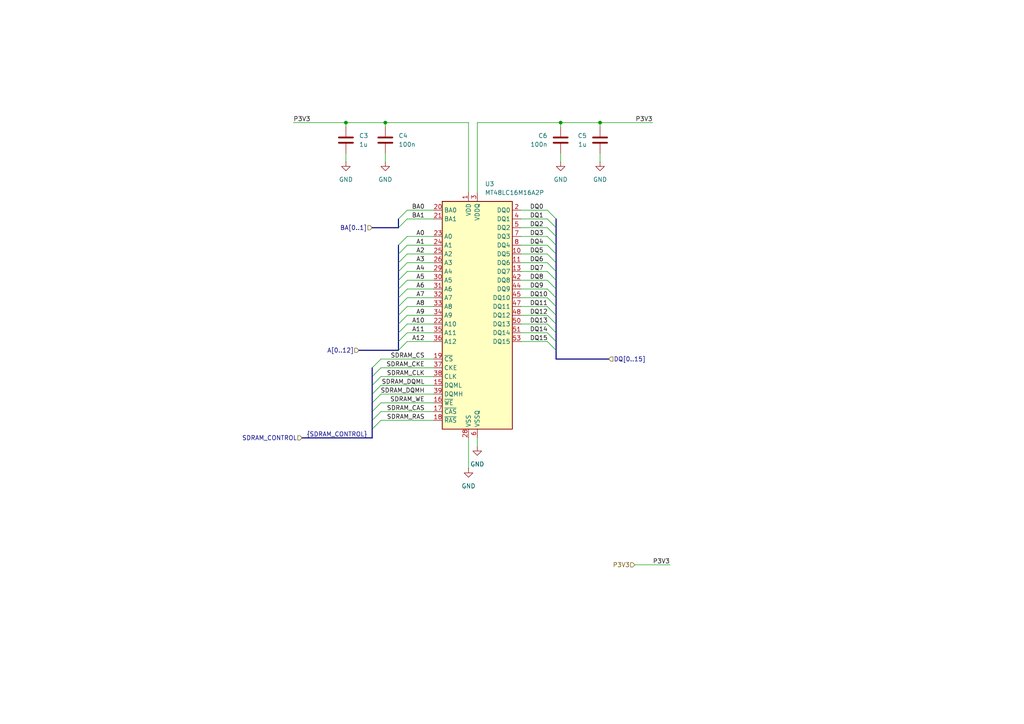
<source format=kicad_sch>
(kicad_sch (version 20231120) (generator "eeschema") (generator_version "8.0")
  (paper "A4")
  (lib_symbols
    (symbol "Device:C" (pin_numbers hide) (pin_names (offset 0.254))
      (property "Reference" "C" (at 0.635 2.54 0))
      (property "Value" "C" (at 0.635 -2.54 0))
      (symbol "C_0_1"
        (polyline (pts (xy -2.032 -0.762) (xy 2.032 -0.762)) (stroke (width 0.508)))
        (polyline (pts (xy -2.032 0.762) (xy 2.032 0.762)) (stroke (width 0.508)))
      )
      (symbol "C_1_1"
        (pin passive line (at 0 3.81 270) (length 2.794) (name "~") (number "1"))
        (pin passive line (at 0 -3.81 90) (length 2.794) (name "~") (number "2"))
      )
    )
    (symbol "Memory_RAM:MT48LC16M16A2P"
      (property "Reference" "U" (at -8.89 34.29 0))
      (property "Value" "MT48LC16M16A2P" (at 8.89 34.29 0))
      (symbol "MT48LC16M16A2P_0_1"
        (rectangle (start -10.16 33.02) (end 10.16 -33.02) (stroke (width 0.254)) (fill (type background)))
      )
      (symbol "MT48LC16M16A2P_1_1"
        (pin power_in line (at -2.54 35.56 270) (length 2.54) (name "VDD") (number "1"))
        (pin bidirectional line (at 12.7 17.78 180) (length 2.54) (name "DQ5") (number "10"))
        (pin bidirectional line (at 12.7 15.24 180) (length 2.54) (name "DQ6") (number "11"))
        (pin passive line (at 0 -35.56 90) (length 2.54) hide (name "VSSQ") (number "12"))
        (pin bidirectional line (at 12.7 12.7 180) (length 2.54) (name "DQ7") (number "13"))
        (pin passive line (at -2.54 35.56 270) (length 2.54) hide (name "VDD") (number "14"))
        (pin input line (at -12.7 -20.32 0) (length 2.54) (name "DQML") (number "15"))
        (pin input line (at -12.7 -25.4 0) (length 2.54) (name "~{WE}") (number "16"))
        (pin input line (at -12.7 -27.94 0) (length 2.54) (name "~{CAS}") (number "17"))
        (pin input line (at -12.7 -30.48 0) (length 2.54) (name "~{RAS}") (number "18"))
        (pin input line (at -12.7 -12.7 0) (length 2.54) (name "~{CS}") (number "19"))
        (pin bidirectional line (at 12.7 30.48 180) (length 2.54) (name "DQ0") (number "2"))
        (pin input line (at -12.7 30.48 0) (length 2.54) (name "BA0") (number "20"))
        (pin input line (at -12.7 27.94 0) (length 2.54) (name "BA1") (number "21"))
        (pin input line (at -12.7 -2.54 0) (length 2.54) (name "A10") (number "22"))
        (pin input line (at -12.7 22.86 0) (length 2.54) (name "A0") (number "23"))
        (pin input line (at -12.7 20.32 0) (length 2.54) (name "A1") (number "24"))
        (pin input line (at -12.7 17.78 0) (length 2.54) (name "A2") (number "25"))
        (pin input line (at -12.7 15.24 0) (length 2.54) (name "A3") (number "26"))
        (pin passive line (at -2.54 35.56 270) (length 2.54) hide (name "VDD") (number "27"))
        (pin power_in line (at -2.54 -35.56 90) (length 2.54) (name "VSS") (number "28"))
        (pin input line (at -12.7 12.7 0) (length 2.54) (name "A4") (number "29"))
        (pin power_in line (at 0 35.56 270) (length 2.54) (name "VDDQ") (number "3"))
        (pin input line (at -12.7 10.16 0) (length 2.54) (name "A5") (number "30"))
        (pin input line (at -12.7 7.62 0) (length 2.54) (name "A6") (number "31"))
        (pin input line (at -12.7 5.08 0) (length 2.54) (name "A7") (number "32"))
        (pin input line (at -12.7 2.54 0) (length 2.54) (name "A8") (number "33"))
        (pin input line (at -12.7 0 0) (length 2.54) (name "A9") (number "34"))
        (pin input line (at -12.7 -5.08 0) (length 2.54) (name "A11") (number "35"))
        (pin input line (at -12.7 -7.62 0) (length 2.54) (name "A12") (number "36"))
        (pin input line (at -12.7 -15.24 0) (length 2.54) (name "CKE") (number "37"))
        (pin input line (at -12.7 -17.78 0) (length 2.54) (name "CLK") (number "38"))
        (pin input line (at -12.7 -22.86 0) (length 2.54) (name "DQMH") (number "39"))
        (pin bidirectional line (at 12.7 27.94 180) (length 2.54) (name "DQ1") (number "4"))
        (pin no_connect line (at 10.16 -20.32 180) (length 2.54) hide (name "NC") (number "40"))
        (pin passive line (at -2.54 -35.56 90) (length 2.54) hide (name "VSS") (number "41"))
        (pin bidirectional line (at 12.7 10.16 180) (length 2.54) (name "DQ8") (number "42"))
        (pin passive line (at 0 35.56 270) (length 2.54) hide (name "VDDQ") (number "43"))
        (pin bidirectional line (at 12.7 7.62 180) (length 2.54) (name "DQ9") (number "44"))
        (pin bidirectional line (at 12.7 5.08 180) (length 2.54) (name "DQ10") (number "45"))
        (pin passive line (at 0 -35.56 90) (length 2.54) hide (name "VSSQ") (number "46"))
        (pin bidirectional line (at 12.7 2.54 180) (length 2.54) (name "DQ11") (number "47"))
        (pin bidirectional line (at 12.7 0 180) (length 2.54) (name "DQ12") (number "48"))
        (pin passive line (at 0 35.56 270) (length 2.54) hide (name "VDDQ") (number "49"))
        (pin bidirectional line (at 12.7 25.4 180) (length 2.54) (name "DQ2") (number "5"))
        (pin bidirectional line (at 12.7 -2.54 180) (length 2.54) (name "DQ13") (number "50"))
        (pin bidirectional line (at 12.7 -5.08 180) (length 2.54) (name "DQ14") (number "51"))
        (pin passive line (at 0 -35.56 90) (length 2.54) hide (name "VSSQ") (number "52"))
        (pin bidirectional line (at 12.7 -7.62 180) (length 2.54) (name "DQ15") (number "53"))
        (pin passive line (at -2.54 -35.56 90) (length 2.54) hide (name "VSS") (number "54"))
        (pin power_in line (at 0 -35.56 90) (length 2.54) (name "VSSQ") (number "6"))
        (pin bidirectional line (at 12.7 22.86 180) (length 2.54) (name "DQ3") (number "7"))
        (pin bidirectional line (at 12.7 20.32 180) (length 2.54) (name "DQ4") (number "8"))
        (pin passive line (at 0 35.56 270) (length 2.54) hide (name "VDDQ") (number "9"))
      )
    )
    (symbol "power:GND" (power) (pin_numbers hide) (pin_names (offset 0) hide)
      (property "Value" "GND" (at 0 -3.81 0))
      (symbol "GND_0_1"
        (polyline (pts (xy 0 0) (xy 0 -1.27) (xy 1.27 -1.27) (xy 0 -2.54) (xy -1.27 -1.27) (xy 0 -1.27)))
      )
      (symbol "GND_1_1"
        (pin power_in line (at 0 0 270) (length 0) (name "~") (number "1"))
      )
    )
  )
  (bus_alias "SDRAM_CONTROL" (members "SDRAM_CS" "SDRAM_CKE" "SDRAM_CLK" "SDRAM_DQML" "SDRAM_DQMH" "SDRAM_WE" "SDRAM_CAS" "SDRAM_RAS"))
  (junction (at 100.33 35.56))
  (junction (at 111.76 35.56))
  (junction (at 174.0404 35.56))
  (junction (at 162.6104 35.56))
  (bus_entry (at 118.11 78.74) (size -2.54 2.54))
  (bus_entry (at 110.49 109.22) (size -2.54 2.54))
  (bus_entry (at 158.75 60.96) (size 2.54 2.54))
  (bus_entry (at 158.75 76.2) (size 2.54 2.54))
  (bus_entry (at 118.11 91.44) (size -2.54 2.54))
  (bus_entry (at 158.75 73.66) (size 2.54 2.54))
  (bus_entry (at 118.11 93.98) (size -2.54 2.54))
  (bus_entry (at 158.75 86.36) (size 2.54 2.54))
  (bus_entry (at 158.75 93.98) (size 2.54 2.54))
  (bus_entry (at 110.49 116.84) (size -2.54 2.54))
  (bus_entry (at 118.11 81.28) (size -2.54 2.54))
  (bus_entry (at 158.75 83.82) (size 2.54 2.54))
  (bus_entry (at 110.49 111.76) (size -2.54 2.54))
  (bus_entry (at 158.75 63.5) (size 2.54 2.54))
  (bus_entry (at 158.75 71.12) (size 2.54 2.54))
  (bus_entry (at 110.49 121.92) (size -2.54 2.54))
  (bus_entry (at 118.11 68.58) (size -2.54 2.54))
  (bus_entry (at 118.11 71.12) (size -2.54 2.54))
  (bus_entry (at 110.49 114.3) (size -2.54 2.54))
  (bus_entry (at 158.75 96.52) (size 2.54 2.54))
  (bus_entry (at 118.11 83.82) (size -2.54 2.54))
  (bus_entry (at 110.49 106.68) (size -2.54 2.54))
  (bus_entry (at 158.75 99.06) (size 2.54 2.54))
  (bus_entry (at 158.75 78.74) (size 2.54 2.54))
  (bus_entry (at 158.75 88.9) (size 2.54 2.54))
  (bus_entry (at 110.49 104.14) (size -2.54 2.54))
  (bus_entry (at 158.75 68.58) (size 2.54 2.54))
  (bus_entry (at 118.11 73.66) (size -2.54 2.54))
  (bus_entry (at 118.11 63.5) (size -2.54 2.54))
  (bus_entry (at 118.11 88.9) (size -2.54 2.54))
  (bus_entry (at 118.11 99.06) (size -2.54 2.54))
  (bus_entry (at 158.75 81.28) (size 2.54 2.54))
  (bus_entry (at 158.75 66.04) (size 2.54 2.54))
  (bus_entry (at 118.11 60.96) (size -2.54 2.54))
  (bus_entry (at 118.11 96.52) (size -2.54 2.54))
  (bus_entry (at 118.11 76.2) (size -2.54 2.54))
  (bus_entry (at 158.75 91.44) (size 2.54 2.54))
  (bus_entry (at 110.49 119.38) (size -2.54 2.54))
  (bus_entry (at 118.11 86.36) (size -2.54 2.54))
  (wire (pts (xy 125.73 86.36) (xy 118.11 86.36)))
  (bus (pts (xy 161.29 66.04) (xy 161.29 68.58)))
  (bus (pts (xy 107.95 111.76) (xy 107.95 114.3)))
  (bus (pts (xy 115.57 88.9) (xy 115.57 91.44)))
  (wire (pts (xy 125.73 63.5) (xy 118.11 63.5)))
  (bus (pts (xy 161.29 101.6) (xy 161.29 104.14)))
  (bus (pts (xy 161.29 81.28) (xy 161.29 83.82)))
  (bus (pts (xy 115.57 78.74) (xy 115.57 81.28)))
  (wire (pts (xy 125.73 73.66) (xy 118.11 73.66)))
  (wire (pts (xy 184.15 163.83) (xy 194.31 163.83)))
  (bus (pts (xy 107.95 119.38) (xy 107.95 121.92)))
  (bus (pts (xy 107.95 116.84) (xy 107.95 119.38)))
  (wire (pts (xy 125.73 81.28) (xy 118.11 81.28)))
  (wire (pts (xy 111.76 44.45) (xy 111.76 46.99)))
  (wire (pts (xy 151.13 76.2) (xy 158.75 76.2)))
  (wire (pts (xy 100.33 44.45) (xy 100.33 46.99)))
  (wire (pts (xy 138.43 35.56) (xy 162.6104 35.56)))
  (bus (pts (xy 161.29 68.58) (xy 161.29 71.12)))
  (wire (pts (xy 125.73 109.22) (xy 110.49 109.22)))
  (bus (pts (xy 107.95 109.22) (xy 107.95 111.76)))
  (bus (pts (xy 161.29 96.52) (xy 161.29 99.06)))
  (bus (pts (xy 161.29 83.82) (xy 161.29 86.36)))
  (wire (pts (xy 174.0404 35.56) (xy 174.0404 36.83)))
  (wire (pts (xy 125.73 119.38) (xy 110.49 119.38)))
  (wire (pts (xy 151.13 71.12) (xy 158.75 71.12)))
  (wire (pts (xy 125.73 76.2) (xy 118.11 76.2)))
  (bus (pts (xy 107.95 106.68) (xy 107.95 109.22)))
  (bus (pts (xy 161.29 78.74) (xy 161.29 81.28)))
  (wire (pts (xy 151.13 63.5) (xy 158.75 63.5)))
  (wire (pts (xy 125.73 116.84) (xy 110.49 116.84)))
  (wire (pts (xy 125.73 99.06) (xy 118.11 99.06)))
  (bus (pts (xy 87.63 127) (xy 107.95 127)))
  (wire (pts (xy 151.13 91.44) (xy 158.75 91.44)))
  (wire (pts (xy 151.13 73.66) (xy 158.75 73.66)))
  (wire (pts (xy 85.09 35.56) (xy 100.33 35.56)))
  (wire (pts (xy 138.43 55.88) (xy 138.43 35.56)))
  (bus (pts (xy 161.29 76.2) (xy 161.29 78.74)))
  (wire (pts (xy 125.73 96.52) (xy 118.11 96.52)))
  (bus (pts (xy 115.57 63.5) (xy 115.57 66.04)))
  (bus (pts (xy 115.57 71.12) (xy 115.57 73.66)))
  (bus (pts (xy 161.29 93.98) (xy 161.29 96.52)))
  (bus (pts (xy 115.57 101.6) (xy 104.14 101.6)))
  (wire (pts (xy 125.73 68.58) (xy 118.11 68.58)))
  (bus (pts (xy 107.95 124.46) (xy 107.95 127)))
  (wire (pts (xy 151.13 83.82) (xy 158.75 83.82)))
  (wire (pts (xy 135.89 127) (xy 135.89 135.89)))
  (bus (pts (xy 115.57 73.66) (xy 115.57 76.2)))
  (wire (pts (xy 151.13 68.58) (xy 158.75 68.58)))
  (bus (pts (xy 107.95 114.3) (xy 107.95 116.84)))
  (wire (pts (xy 151.13 93.98) (xy 158.75 93.98)))
  (bus (pts (xy 115.57 93.98) (xy 115.57 96.52)))
  (wire (pts (xy 135.89 35.56) (xy 111.76 35.56)))
  (bus (pts (xy 115.57 91.44) (xy 115.57 93.98)))
  (wire (pts (xy 174.0404 44.45) (xy 174.0404 46.99)))
  (bus (pts (xy 115.57 96.52) (xy 115.57 99.06)))
  (wire (pts (xy 151.13 96.52) (xy 158.75 96.52)))
  (wire (pts (xy 162.6104 44.45) (xy 162.6104 46.99)))
  (wire (pts (xy 125.73 111.76) (xy 110.49 111.76)))
  (wire (pts (xy 111.76 35.56) (xy 111.76 36.83)))
  (wire (pts (xy 151.13 86.36) (xy 158.75 86.36)))
  (bus (pts (xy 161.29 86.36) (xy 161.29 88.9)))
  (bus (pts (xy 161.29 88.9) (xy 161.29 91.44)))
  (bus (pts (xy 107.95 66.04) (xy 115.57 66.04)))
  (bus (pts (xy 115.57 76.2) (xy 115.57 78.74)))
  (wire (pts (xy 174.0404 35.56) (xy 162.6104 35.56)))
  (bus (pts (xy 115.57 81.28) (xy 115.57 83.82)))
  (wire (pts (xy 138.43 127) (xy 138.43 129.54)))
  (wire (pts (xy 151.13 60.96) (xy 158.75 60.96)))
  (wire (pts (xy 189.2804 35.56) (xy 174.0404 35.56)))
  (wire (pts (xy 151.13 66.04) (xy 158.75 66.04)))
  (wire (pts (xy 125.73 104.14) (xy 110.49 104.14)))
  (bus (pts (xy 161.29 99.06) (xy 161.29 101.6)))
  (bus (pts (xy 161.29 91.44) (xy 161.29 93.98)))
  (wire (pts (xy 125.73 93.98) (xy 118.11 93.98)))
  (bus (pts (xy 161.29 104.14) (xy 176.53 104.14)))
  (wire (pts (xy 151.13 78.74) (xy 158.75 78.74)))
  (wire (pts (xy 125.73 88.9) (xy 118.11 88.9)))
  (wire (pts (xy 125.73 91.44) (xy 118.11 91.44)))
  (wire (pts (xy 151.13 81.28) (xy 158.75 81.28)))
  (wire (pts (xy 162.6104 35.56) (xy 162.6104 36.83)))
  (wire (pts (xy 151.13 88.9) (xy 158.75 88.9)))
  (bus (pts (xy 161.29 71.12) (xy 161.29 73.66)))
  (wire (pts (xy 151.13 99.06) (xy 158.75 99.06)))
  (wire (pts (xy 125.73 83.82) (xy 118.11 83.82)))
  (bus (pts (xy 161.29 63.5) (xy 161.29 66.04)))
  (wire (pts (xy 135.89 55.88) (xy 135.89 35.56)))
  (wire (pts (xy 125.73 78.74) (xy 118.11 78.74)))
  (wire (pts (xy 125.73 106.68) (xy 110.49 106.68)))
  (wire (pts (xy 125.73 114.3) (xy 110.49 114.3)))
  (bus (pts (xy 115.57 99.06) (xy 115.57 101.6)))
  (wire (pts (xy 125.73 60.96) (xy 118.11 60.96)))
  (bus (pts (xy 161.29 73.66) (xy 161.29 76.2)))
  (wire (pts (xy 125.73 121.92) (xy 110.49 121.92)))
  (wire (pts (xy 125.73 71.12) (xy 118.11 71.12)))
  (bus (pts (xy 107.95 121.92) (xy 107.95 124.46)))
  (bus (pts (xy 115.57 86.36) (xy 115.57 88.9)))
  (wire (pts (xy 100.33 35.56) (xy 100.33 36.83)))
  (bus (pts (xy 115.57 83.82) (xy 115.57 86.36)))
  (wire (pts (xy 100.33 35.56) (xy 111.76 35.56)))
  (label "A10" (at 123.19 93.98 180))
  (label "A3" (at 123.19 76.2 180))
  (label "SDRAM_WE" (at 123.19 116.84 180))
  (label "DQ12" (at 153.67 91.44 0))
  (label "SDRAM_DQMH" (at 123.19 114.3 180))
  (label "DQ4" (at 153.67 71.12 0))
  (label "{SDRAM_CONTROL}" (at 88.9 127 0))
  (label "SDRAM_CS" (at 123.19 104.14 180))
  (label "SDRAM_CLK" (at 123.19 109.22 180))
  (label "A11" (at 123.19 96.52 180))
  (label "BA1" (at 123.19 63.5 180))
  (label "SDRAM_RAS" (at 123.19 121.92 180))
  (label "DQ0" (at 153.67 60.96 0))
  (label "DQ7" (at 153.67 78.74 0))
  (label "P3V3" (at 85.09 35.56 0))
  (label "SDRAM_DQML" (at 123.19 111.76 180))
  (label "DQ1" (at 153.67 63.5 0))
  (label "P3V3" (at 189.2804 35.56 180))
  (label "BA0" (at 123.19 60.96 180))
  (label "DQ5" (at 153.67 73.66 0))
  (label "DQ11" (at 153.67 88.9 0))
  (label "A8" (at 123.19 88.9 180))
  (label "DQ13" (at 153.67 93.98 0))
  (label "DQ10" (at 153.67 86.36 0))
  (label "DQ6" (at 153.67 76.2 0))
  (label "P3V3" (at 194.31 163.83 180))
  (label "DQ3" (at 153.67 68.58 0))
  (label "DQ14" (at 153.67 96.52 0))
  (label "DQ9" (at 153.67 83.82 0))
  (label "A1" (at 123.19 71.12 180))
  (label "DQ8" (at 153.67 81.28 0))
  (label "A5" (at 123.19 81.28 180))
  (label "A7" (at 123.19 86.36 180))
  (label "A6" (at 123.19 83.82 180))
  (label "A4" (at 123.19 78.74 180))
  (label "DQ15" (at 153.67 99.06 0))
  (label "SDRAM_CAS" (at 123.19 119.38 180))
  (label "DQ2" (at 153.67 66.04 0))
  (label "A2" (at 123.19 73.66 180))
  (label "SDRAM_CKE" (at 123.19 106.68 180))
  (label "A0" (at 123.19 68.58 180))
  (label "A9" (at 123.19 91.44 180))
  (label "A12" (at 123.19 99.06 180))
  (hierarchical_label "P3V3" (shape input) (at 184.15 163.83 180))
  (hierarchical_label "A[0..12]" (shape input) (at 104.14 101.6 180))
  (hierarchical_label "DQ[0..15]" (shape input) (at 176.53 104.14 0))
  (hierarchical_label "SDRAM_CONTROL" (shape input) (at 87.63 127 180))
  (hierarchical_label "BA[0..1]" (shape input) (at 107.95 66.04 180))
  (symbol (lib_id "power:GND") (at 174.0404 46.99 0) (mirror y) (unit 1)
    (property "Reference" "#PWR06" (effects (hide yes)))
    (property "Value" "GND" (at 174.0404 52.07 0))
    (property "Description" "Power symbol creates a global label with name \"GND\" , ground" (effects (hide yes)))
  )
  (symbol (lib_id "Device:C") (at 111.76 40.64 180) (unit 1)
    (property "Reference" "C4" (at 115.57 39.3699 0) (effects (justify right)))
    (property "Value" "100n" (at 115.57 41.9099 0) (effects (justify right)))
    (property "Footprint" "Capacitor_SMD:C_0603_1608Metric_Pad1.08x0.95mm_HandSolder" (effects (hide yes)))
    (property "Description" "Unpolarized capacitor" (effects (hide yes)))
  )
  (symbol (lib_id "power:GND") (at 135.89 135.89 0) (mirror y) (unit 1)
    (property "Reference" "#PWR09" (effects (hide yes)))
    (property "Value" "GND" (at 135.89 140.97 0))
    (property "Description" "Power symbol creates a global label with name \"GND\" , ground" (effects (hide yes)))
  )
  (symbol (lib_id "power:GND") (at 111.76 46.99 0) (unit 1)
    (property "Reference" "#PWR05" (effects (hide yes)))
    (property "Value" "GND" (at 111.76 52.07 0))
    (property "Description" "Power symbol creates a global label with name \"GND\" , ground" (effects (hide yes)))
  )
  (symbol (lib_id "power:GND") (at 162.6104 46.99 0) (mirror y) (unit 1)
    (property "Reference" "#PWR07" (effects (hide yes)))
    (property "Value" "GND" (at 162.6104 52.07 0))
    (property "Description" "Power symbol creates a global label with name \"GND\" , ground" (effects (hide yes)))
  )
  (symbol (lib_id "power:GND") (at 100.33 46.99 0) (unit 1)
    (property "Reference" "#PWR04" (effects (hide yes)))
    (property "Value" "GND" (at 100.33 52.07 0))
    (property "Description" "Power symbol creates a global label with name \"GND\" , ground" (effects (hide yes)))
  )
  (symbol (lib_id "Memory_RAM:MT48LC16M16A2P") (at 138.43 91.44 0) (unit 1)
    (property "Reference" "U3" (at 140.6241 53.34 0) (effects (justify left)))
    (property "Value" "MT48LC16M16A2P" (at 140.6241 55.88 0) (effects (justify left)))
    (property "Footprint" "Package_SO:TSOP-II-54_22.2x10.16mm_P0.8mm" (effects (hide yes)))
    (property "Datasheet" "https://www.micron.com/-/media/client/global/documents/products/data-sheet/dram/256mb_sdr.pdf" (effects (hide yes)))
    (property "Description" "256M – (16M x 16 bit) Synchronous DRAM (SDRAM), TSOP-II-54" (effects (hide yes)))
  )
  (symbol (lib_id "power:GND") (at 138.43 129.54 0) (mirror y) (unit 1)
    (property "Reference" "#PWR08" (effects (hide yes)))
    (property "Value" "GND" (at 138.43 134.62 0))
    (property "Description" "Power symbol creates a global label with name \"GND\" , ground" (effects (hide yes)))
  )
  (symbol (lib_id "Device:C") (at 162.6104 40.64 0) (mirror x) (unit 1)
    (property "Reference" "C6" (at 158.8004 39.3699 0) (effects (justify right)))
    (property "Value" "100n" (at 158.8004 41.9099 0) (effects (justify right)))
    (property "Footprint" "Capacitor_SMD:C_0603_1608Metric_Pad1.08x0.95mm_HandSolder" (effects (hide yes)))
    (property "Description" "Unpolarized capacitor" (effects (hide yes)))
  )
  (symbol (lib_id "Device:C") (at 100.33 40.64 180) (unit 1)
    (property "Reference" "C3" (at 104.14 39.3699 0) (effects (justify right)))
    (property "Value" "1u" (at 104.14 41.9099 0) (effects (justify right)))
    (property "Footprint" "Capacitor_SMD:C_0603_1608Metric_Pad1.08x0.95mm_HandSolder" (effects (hide yes)))
    (property "Description" "Unpolarized capacitor" (effects (hide yes)))
  )
  (symbol (lib_id "Device:C") (at 174.0404 40.64 0) (mirror x) (unit 1)
    (property "Reference" "C5" (at 170.2304 39.3699 0) (effects (justify right)))
    (property "Value" "1u" (at 170.2304 41.9099 0) (effects (justify right)))
    (property "Footprint" "Capacitor_SMD:C_0603_1608Metric_Pad1.08x0.95mm_HandSolder" (effects (hide yes)))
    (property "Description" "Unpolarized capacitor" (effects (hide yes)))
  )
)
</source>
